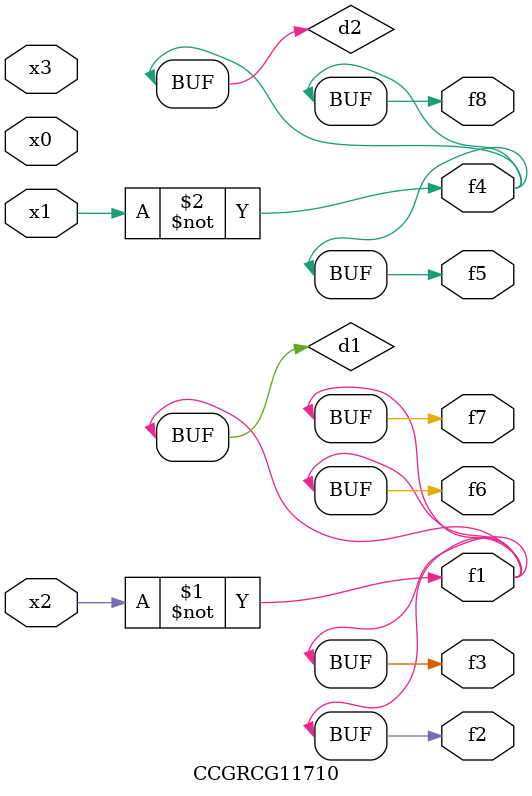
<source format=v>
module CCGRCG11710(
	input x0, x1, x2, x3,
	output f1, f2, f3, f4, f5, f6, f7, f8
);

	wire d1, d2;

	xnor (d1, x2);
	not (d2, x1);
	assign f1 = d1;
	assign f2 = d1;
	assign f3 = d1;
	assign f4 = d2;
	assign f5 = d2;
	assign f6 = d1;
	assign f7 = d1;
	assign f8 = d2;
endmodule

</source>
